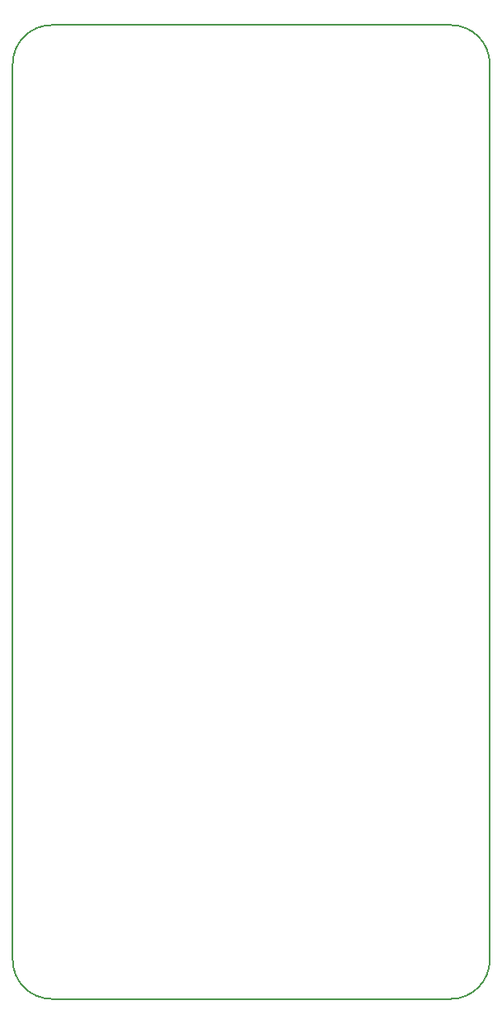
<source format=gm1>
G04 #@! TF.FileFunction,Profile,NP*
%FSLAX46Y46*%
G04 Gerber Fmt 4.6, Leading zero omitted, Abs format (unit mm)*
G04 Created by KiCad (PCBNEW 4.0.7) date 09/06/18 20:26:10*
%MOMM*%
%LPD*%
G01*
G04 APERTURE LIST*
%ADD10C,0.100000*%
%ADD11C,0.150000*%
G04 APERTURE END LIST*
D10*
D11*
X99000000Y-54000000D02*
G75*
G03X95000000Y-50000000I-4000000J0D01*
G01*
X54000000Y-50000000D02*
G75*
G03X50000000Y-54000000I0J-4000000D01*
G01*
X95000000Y-150000000D02*
G75*
G03X99000000Y-146000000I0J4000000D01*
G01*
X50000000Y-146000000D02*
G75*
G03X54000000Y-150000000I4000000J0D01*
G01*
X95000000Y-50000000D02*
X54000000Y-50000000D01*
X99000000Y-146000000D02*
X99000000Y-54000000D01*
X54000000Y-150000000D02*
X95000000Y-150000000D01*
X50000000Y-54000000D02*
X50000000Y-146000000D01*
M02*

</source>
